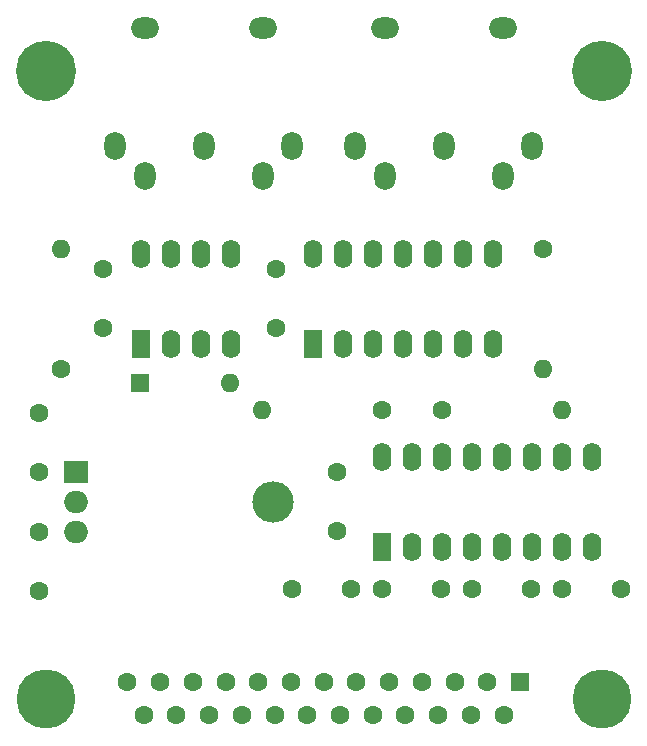
<source format=gbs>
G04 #@! TF.GenerationSoftware,KiCad,Pcbnew,(5.1.8)-1*
G04 #@! TF.CreationDate,2022-02-21T01:44:32+01:00*
G04 #@! TF.ProjectId,BulkyMIDI-32 Amiga,42756c6b-794d-4494-9449-2d333220416d,rev?*
G04 #@! TF.SameCoordinates,Original*
G04 #@! TF.FileFunction,Soldermask,Bot*
G04 #@! TF.FilePolarity,Negative*
%FSLAX46Y46*%
G04 Gerber Fmt 4.6, Leading zero omitted, Abs format (unit mm)*
G04 Created by KiCad (PCBNEW (5.1.8)-1) date 2022-02-21 01:44:32*
%MOMM*%
%LPD*%
G01*
G04 APERTURE LIST*
%ADD10C,5.000000*%
%ADD11C,1.600000*%
%ADD12R,1.600000X1.600000*%
%ADD13O,1.800000X2.400000*%
%ADD14O,2.400000X1.800000*%
%ADD15O,1.600000X1.600000*%
%ADD16R,1.600000X2.400000*%
%ADD17O,1.600000X2.400000*%
%ADD18C,5.100000*%
%ADD19O,3.500000X3.500000*%
%ADD20R,2.000000X1.905000*%
%ADD21O,2.000000X1.905000*%
G04 APERTURE END LIST*
D10*
X141660000Y-126515000D03*
X94560000Y-126515000D03*
D11*
X102875000Y-127935000D03*
X105645000Y-127935000D03*
X108415000Y-127935000D03*
X111185000Y-127935000D03*
X113955000Y-127935000D03*
X116725000Y-127935000D03*
X119495000Y-127935000D03*
X122265000Y-127935000D03*
X125035000Y-127935000D03*
X127805000Y-127935000D03*
X130575000Y-127935000D03*
X133345000Y-127935000D03*
X101490000Y-125095000D03*
X104260000Y-125095000D03*
X107030000Y-125095000D03*
X109800000Y-125095000D03*
X112570000Y-125095000D03*
X115340000Y-125095000D03*
X118110000Y-125095000D03*
X120880000Y-125095000D03*
X123650000Y-125095000D03*
X126420000Y-125095000D03*
X129190000Y-125095000D03*
X131960000Y-125095000D03*
D12*
X134730000Y-125095000D03*
D13*
X107950000Y-79756000D03*
D14*
X102950000Y-69756000D03*
X112950000Y-69756000D03*
D13*
X100450000Y-79756000D03*
X115450000Y-79756000D03*
X102950000Y-82256000D03*
X112950000Y-82256000D03*
X128270000Y-79756000D03*
D14*
X123270000Y-69756000D03*
X133270000Y-69756000D03*
D13*
X120770000Y-79756000D03*
X135770000Y-79756000D03*
X123270000Y-82256000D03*
X133270000Y-82256000D03*
D12*
X102539800Y-99771200D03*
D15*
X110159800Y-99771200D03*
X112903000Y-102108000D03*
D11*
X123063000Y-102108000D03*
X128143000Y-102108000D03*
D15*
X138303000Y-102108000D03*
X136652000Y-98577400D03*
D11*
X136652000Y-88417400D03*
X95885000Y-98577400D03*
D15*
X95885000Y-88417400D03*
D16*
X102616000Y-96520000D03*
D17*
X110236000Y-88900000D03*
X105156000Y-96520000D03*
X107696000Y-88900000D03*
X107696000Y-96520000D03*
X105156000Y-88900000D03*
X110236000Y-96520000D03*
X102616000Y-88900000D03*
D16*
X117221000Y-96520000D03*
D17*
X132461000Y-88900000D03*
X119761000Y-96520000D03*
X129921000Y-88900000D03*
X122301000Y-96520000D03*
X127381000Y-88900000D03*
X124841000Y-96520000D03*
X124841000Y-88900000D03*
X127381000Y-96520000D03*
X122301000Y-88900000D03*
X129921000Y-96520000D03*
X119761000Y-88900000D03*
X132461000Y-96520000D03*
X117221000Y-88900000D03*
D11*
X99441000Y-90170000D03*
X99441000Y-95170000D03*
X114046000Y-95170000D03*
X114046000Y-90170000D03*
D18*
X94560000Y-73406000D03*
X141660000Y-73406000D03*
D11*
X93980000Y-107315000D03*
X93980000Y-102315000D03*
X119253000Y-112315000D03*
X119253000Y-107315000D03*
X93980000Y-117395000D03*
X93980000Y-112395000D03*
X115459500Y-117221000D03*
X120459500Y-117221000D03*
X138303000Y-117221000D03*
X143303000Y-117221000D03*
X130683000Y-117221000D03*
X135683000Y-117221000D03*
X128063000Y-117221000D03*
X123063000Y-117221000D03*
D16*
X123063000Y-113665000D03*
D17*
X140843000Y-106045000D03*
X125603000Y-113665000D03*
X138303000Y-106045000D03*
X128143000Y-113665000D03*
X135763000Y-106045000D03*
X130683000Y-113665000D03*
X133223000Y-106045000D03*
X133223000Y-113665000D03*
X130683000Y-106045000D03*
X135763000Y-113665000D03*
X128143000Y-106045000D03*
X138303000Y-113665000D03*
X125603000Y-106045000D03*
X140843000Y-113665000D03*
X123063000Y-106045000D03*
D19*
X113815000Y-109855000D03*
D20*
X97155000Y-107315000D03*
D21*
X97155000Y-109855000D03*
X97155000Y-112395000D03*
M02*

</source>
